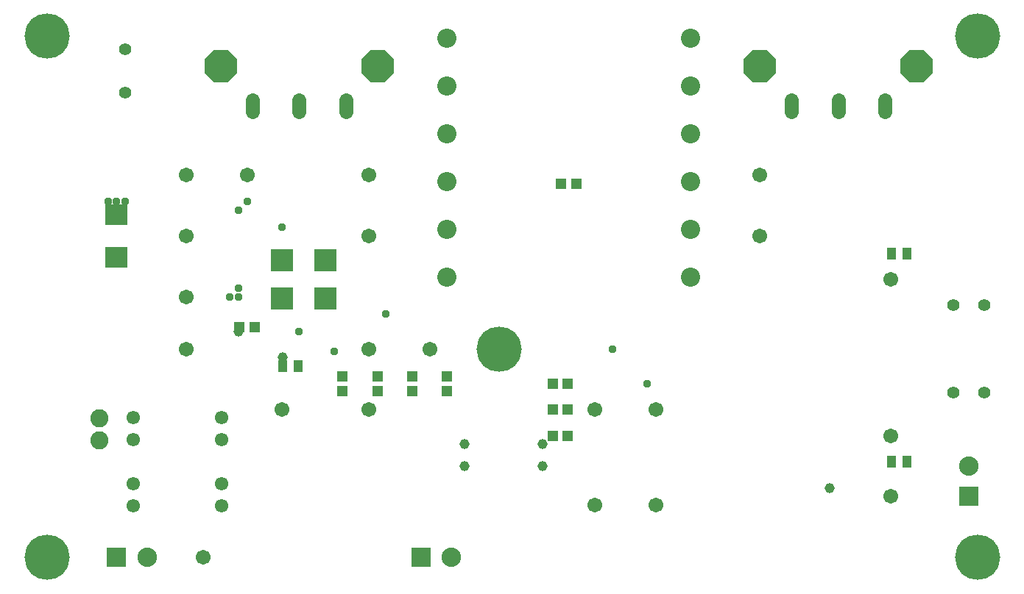
<source format=gbs>
G75*
G70*
%OFA0B0*%
%FSLAX24Y24*%
%IPPOS*%
%LPD*%
%AMOC8*
5,1,8,0,0,1.08239X$1,22.5*
%
%ADD10C,0.2049*%
%ADD11C,0.0867*%
%ADD12C,0.0631*%
%ADD13OC8,0.1464*%
%ADD14R,0.0880X0.0880*%
%ADD15C,0.0880*%
%ADD16C,0.0820*%
%ADD17R,0.1025X0.0946*%
%ADD18C,0.0611*%
%ADD19C,0.0552*%
%ADD20R,0.1025X0.1025*%
%ADD21R,0.0395X0.0552*%
%ADD22R,0.0513X0.0474*%
%ADD23C,0.0671*%
%ADD24R,0.0474X0.0513*%
%ADD25C,0.0456*%
%ADD26C,0.0370*%
D10*
X003652Y004045D03*
X024124Y013494D03*
X045778Y004045D03*
X045778Y027667D03*
X003652Y027667D03*
D11*
X021762Y027568D03*
X021762Y025403D03*
X021762Y023238D03*
X021762Y021072D03*
X021762Y018907D03*
X021762Y016742D03*
X032786Y016742D03*
X032786Y018907D03*
X032786Y021072D03*
X032786Y023238D03*
X032786Y025403D03*
X032786Y027568D03*
D12*
X037352Y024793D02*
X037352Y024242D01*
X039478Y024242D02*
X039478Y024793D01*
X041604Y024793D02*
X041604Y024242D01*
X017195Y024242D02*
X017195Y024793D01*
X015069Y024793D02*
X015069Y024242D01*
X012943Y024242D02*
X012943Y024793D01*
D13*
X011526Y026328D03*
X018612Y026328D03*
X035935Y026328D03*
X043022Y026328D03*
D14*
X045384Y006801D03*
X020581Y004045D03*
X006801Y004045D03*
D15*
X008179Y004045D03*
X021959Y004045D03*
X045384Y008179D03*
D16*
X006014Y009344D03*
X006014Y010344D03*
D17*
X006801Y017646D03*
X006801Y019578D03*
D18*
X007557Y010375D03*
X007557Y009375D03*
X007557Y007375D03*
X007557Y006375D03*
X011557Y006375D03*
X011557Y007375D03*
X011557Y009375D03*
X011557Y010375D03*
D19*
X007195Y025108D03*
X007195Y027076D03*
X044695Y015462D03*
X046073Y015462D03*
X046073Y011525D03*
X044695Y011525D03*
D20*
X016250Y015777D03*
X014282Y015777D03*
X014282Y017509D03*
X016250Y017509D03*
D21*
X015030Y012706D03*
X014321Y012706D03*
X041880Y008375D03*
X042589Y008375D03*
X042589Y017824D03*
X041880Y017824D03*
D22*
X027608Y020974D03*
X026939Y020974D03*
X013041Y014478D03*
X012372Y014478D03*
X026545Y011919D03*
X027215Y011919D03*
X027215Y010738D03*
X026545Y010738D03*
X026545Y009557D03*
X027215Y009557D03*
D23*
X028455Y010738D03*
X031211Y010738D03*
X031211Y006407D03*
X028455Y006407D03*
X018219Y010738D03*
X018219Y013494D03*
X020974Y013494D03*
X014282Y010738D03*
X009951Y013494D03*
X009951Y015856D03*
X009951Y018612D03*
X009951Y021368D03*
X012707Y021368D03*
X018219Y021368D03*
X018219Y018612D03*
X035935Y018612D03*
X035935Y021368D03*
X041841Y016643D03*
X041841Y009557D03*
X041841Y006801D03*
X010738Y004045D03*
D24*
X017037Y011584D03*
X017037Y012253D03*
X018612Y012253D03*
X018612Y011584D03*
X020187Y011584D03*
X020187Y012253D03*
X021762Y012253D03*
X021762Y011584D03*
D25*
X022549Y009163D03*
X022549Y008179D03*
X026093Y008179D03*
X026093Y009163D03*
X014321Y013100D03*
X012313Y014281D03*
X039085Y007194D03*
D26*
X030817Y011919D03*
X029242Y013494D03*
X019006Y015068D03*
X016644Y013375D03*
X015069Y014281D03*
X012313Y015856D03*
X012313Y016249D03*
X011919Y015856D03*
X014282Y019005D03*
X012707Y020186D03*
X012313Y019793D03*
X007195Y020186D03*
X006801Y020186D03*
X006408Y020186D03*
M02*

</source>
